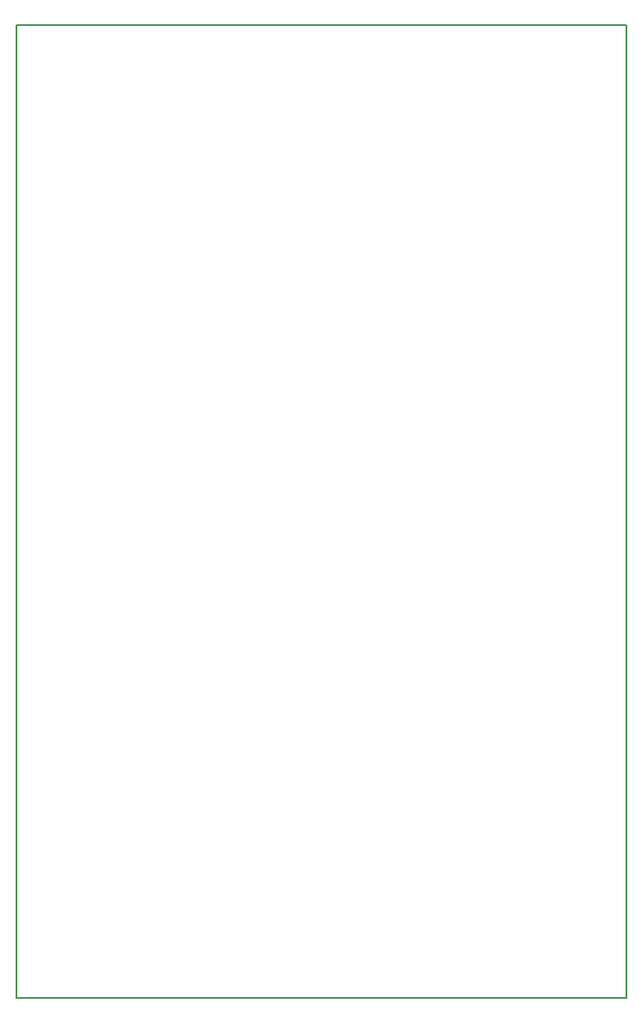
<source format=gm1>
G04 #@! TF.GenerationSoftware,KiCad,Pcbnew,(5.1.12)-1*
G04 #@! TF.CreationDate,2022-03-08T00:28:27-06:00*
G04 #@! TF.ProjectId,pcb,7063622e-6b69-4636-9164-5f7063625858,rev?*
G04 #@! TF.SameCoordinates,Original*
G04 #@! TF.FileFunction,Profile,NP*
%FSLAX46Y46*%
G04 Gerber Fmt 4.6, Leading zero omitted, Abs format (unit mm)*
G04 Created by KiCad (PCBNEW (5.1.12)-1) date 2022-03-08 00:28:27*
%MOMM*%
%LPD*%
G01*
G04 APERTURE LIST*
G04 #@! TA.AperFunction,Profile*
%ADD10C,0.150000*%
G04 #@! TD*
G04 APERTURE END LIST*
D10*
X109220000Y-158750000D02*
X109220000Y-63500000D01*
X168910000Y-158750000D02*
X109220000Y-158750000D01*
X168910000Y-63500000D02*
X168910000Y-158750000D01*
X109220000Y-63500000D02*
X168910000Y-63500000D01*
M02*

</source>
